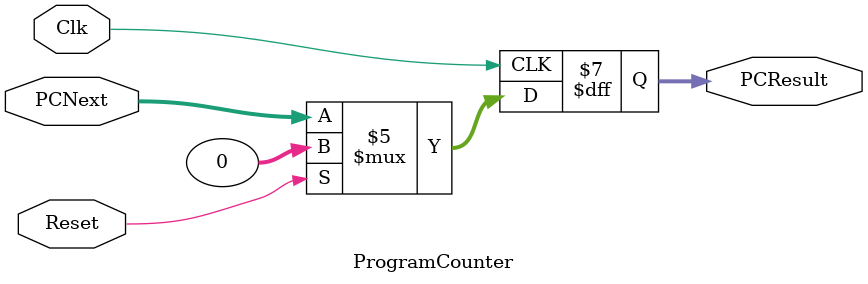
<source format=v>
module ProgramCounter(PCNext, PCResult, Reset, Clk);
	input [31:0] PCNext;
	input Reset, Clk;
	output reg [31:0] PCResult;

	initial begin	
		PCResult <= 32'h00000000;
	end

    always @(posedge Clk)
    	if (Reset == 1)
    		PCResult <= 32'h00000000;
    	else
			//if (PCWrite == 1)
			PCResult <= PCNext;
		//$display("PC=%h",PCResult);
endmodule 
</source>
